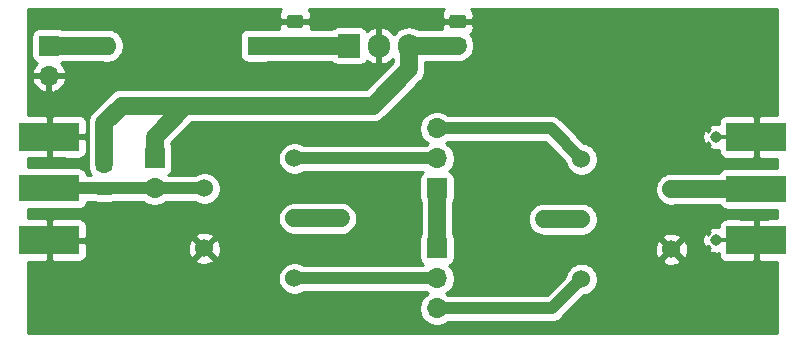
<source format=gbr>
G04 #@! TF.GenerationSoftware,KiCad,Pcbnew,(5.1.5)-3*
G04 #@! TF.CreationDate,2020-02-01T14:42:05-08:00*
G04 #@! TF.ProjectId,Power Amplifier 1,506f7765-7220-4416-9d70-6c6966696572,rev?*
G04 #@! TF.SameCoordinates,Original*
G04 #@! TF.FileFunction,Copper,L1,Top*
G04 #@! TF.FilePolarity,Positive*
%FSLAX46Y46*%
G04 Gerber Fmt 4.6, Leading zero omitted, Abs format (unit mm)*
G04 Created by KiCad (PCBNEW (5.1.5)-3) date 2020-02-01 14:42:05*
%MOMM*%
%LPD*%
G04 APERTURE LIST*
%ADD10R,5.080000X2.420000*%
%ADD11R,5.080000X2.290000*%
%ADD12O,1.700000X1.700000*%
%ADD13R,1.700000X1.700000*%
%ADD14R,0.950000X0.460000*%
%ADD15C,0.970000*%
%ADD16C,0.100000*%
%ADD17O,1.600000X1.600000*%
%ADD18R,1.600000X1.600000*%
%ADD19C,1.524000*%
%ADD20O,1.905000X2.000000*%
%ADD21R,1.905000X2.000000*%
%ADD22C,1.016000*%
%ADD23C,1.000000*%
%ADD24C,1.500000*%
%ADD25C,0.254000*%
G04 APERTURE END LIST*
D10*
X18688900Y-56729400D03*
X18688900Y-47969400D03*
D11*
X18688900Y-52349400D03*
D12*
X51523900Y-62509400D03*
X51523900Y-59969400D03*
D13*
X51523900Y-57429400D03*
D12*
X51523900Y-47269400D03*
X51523900Y-49809400D03*
D13*
X51523900Y-52349400D03*
D14*
X75565000Y-47982100D03*
X75565000Y-56742100D03*
D15*
X75115000Y-47982100D03*
X75115000Y-56742100D03*
D10*
X78555000Y-47982100D03*
X78555000Y-56742100D03*
D11*
X78555000Y-52362100D03*
G04 #@! TA.AperFunction,SMDPad,CuDef*
D16*
G36*
X39971505Y-37635204D02*
G01*
X39995773Y-37638804D01*
X40019572Y-37644765D01*
X40042671Y-37653030D01*
X40064850Y-37663520D01*
X40085893Y-37676132D01*
X40105599Y-37690747D01*
X40123777Y-37707223D01*
X40140253Y-37725401D01*
X40154868Y-37745107D01*
X40167480Y-37766150D01*
X40177970Y-37788329D01*
X40186235Y-37811428D01*
X40192196Y-37835227D01*
X40195796Y-37859495D01*
X40197000Y-37883999D01*
X40197000Y-38534001D01*
X40195796Y-38558505D01*
X40192196Y-38582773D01*
X40186235Y-38606572D01*
X40177970Y-38629671D01*
X40167480Y-38651850D01*
X40154868Y-38672893D01*
X40140253Y-38692599D01*
X40123777Y-38710777D01*
X40105599Y-38727253D01*
X40085893Y-38741868D01*
X40064850Y-38754480D01*
X40042671Y-38764970D01*
X40019572Y-38773235D01*
X39995773Y-38779196D01*
X39971505Y-38782796D01*
X39947001Y-38784000D01*
X39046999Y-38784000D01*
X39022495Y-38782796D01*
X38998227Y-38779196D01*
X38974428Y-38773235D01*
X38951329Y-38764970D01*
X38929150Y-38754480D01*
X38908107Y-38741868D01*
X38888401Y-38727253D01*
X38870223Y-38710777D01*
X38853747Y-38692599D01*
X38839132Y-38672893D01*
X38826520Y-38651850D01*
X38816030Y-38629671D01*
X38807765Y-38606572D01*
X38801804Y-38582773D01*
X38798204Y-38558505D01*
X38797000Y-38534001D01*
X38797000Y-37883999D01*
X38798204Y-37859495D01*
X38801804Y-37835227D01*
X38807765Y-37811428D01*
X38816030Y-37788329D01*
X38826520Y-37766150D01*
X38839132Y-37745107D01*
X38853747Y-37725401D01*
X38870223Y-37707223D01*
X38888401Y-37690747D01*
X38908107Y-37676132D01*
X38929150Y-37663520D01*
X38951329Y-37653030D01*
X38974428Y-37644765D01*
X38998227Y-37638804D01*
X39022495Y-37635204D01*
X39046999Y-37634000D01*
X39947001Y-37634000D01*
X39971505Y-37635204D01*
G37*
G04 #@! TD.AperFunction*
G04 #@! TA.AperFunction,SMDPad,CuDef*
G36*
X39971505Y-39685204D02*
G01*
X39995773Y-39688804D01*
X40019572Y-39694765D01*
X40042671Y-39703030D01*
X40064850Y-39713520D01*
X40085893Y-39726132D01*
X40105599Y-39740747D01*
X40123777Y-39757223D01*
X40140253Y-39775401D01*
X40154868Y-39795107D01*
X40167480Y-39816150D01*
X40177970Y-39838329D01*
X40186235Y-39861428D01*
X40192196Y-39885227D01*
X40195796Y-39909495D01*
X40197000Y-39933999D01*
X40197000Y-40584001D01*
X40195796Y-40608505D01*
X40192196Y-40632773D01*
X40186235Y-40656572D01*
X40177970Y-40679671D01*
X40167480Y-40701850D01*
X40154868Y-40722893D01*
X40140253Y-40742599D01*
X40123777Y-40760777D01*
X40105599Y-40777253D01*
X40085893Y-40791868D01*
X40064850Y-40804480D01*
X40042671Y-40814970D01*
X40019572Y-40823235D01*
X39995773Y-40829196D01*
X39971505Y-40832796D01*
X39947001Y-40834000D01*
X39046999Y-40834000D01*
X39022495Y-40832796D01*
X38998227Y-40829196D01*
X38974428Y-40823235D01*
X38951329Y-40814970D01*
X38929150Y-40804480D01*
X38908107Y-40791868D01*
X38888401Y-40777253D01*
X38870223Y-40760777D01*
X38853747Y-40742599D01*
X38839132Y-40722893D01*
X38826520Y-40701850D01*
X38816030Y-40679671D01*
X38807765Y-40656572D01*
X38801804Y-40632773D01*
X38798204Y-40608505D01*
X38797000Y-40584001D01*
X38797000Y-39933999D01*
X38798204Y-39909495D01*
X38801804Y-39885227D01*
X38807765Y-39861428D01*
X38816030Y-39838329D01*
X38826520Y-39816150D01*
X38839132Y-39795107D01*
X38853747Y-39775401D01*
X38870223Y-39757223D01*
X38888401Y-39740747D01*
X38908107Y-39726132D01*
X38929150Y-39713520D01*
X38951329Y-39703030D01*
X38974428Y-39694765D01*
X38998227Y-39688804D01*
X39022495Y-39685204D01*
X39046999Y-39684000D01*
X39947001Y-39684000D01*
X39971505Y-39685204D01*
G37*
G04 #@! TD.AperFunction*
D12*
X27609800Y-52349400D03*
D13*
X27609800Y-49809400D03*
G04 #@! TA.AperFunction,SMDPad,CuDef*
D16*
G36*
X23817105Y-51775604D02*
G01*
X23841373Y-51779204D01*
X23865172Y-51785165D01*
X23888271Y-51793430D01*
X23910450Y-51803920D01*
X23931493Y-51816532D01*
X23951199Y-51831147D01*
X23969377Y-51847623D01*
X23985853Y-51865801D01*
X24000468Y-51885507D01*
X24013080Y-51906550D01*
X24023570Y-51928729D01*
X24031835Y-51951828D01*
X24037796Y-51975627D01*
X24041396Y-51999895D01*
X24042600Y-52024399D01*
X24042600Y-52674401D01*
X24041396Y-52698905D01*
X24037796Y-52723173D01*
X24031835Y-52746972D01*
X24023570Y-52770071D01*
X24013080Y-52792250D01*
X24000468Y-52813293D01*
X23985853Y-52832999D01*
X23969377Y-52851177D01*
X23951199Y-52867653D01*
X23931493Y-52882268D01*
X23910450Y-52894880D01*
X23888271Y-52905370D01*
X23865172Y-52913635D01*
X23841373Y-52919596D01*
X23817105Y-52923196D01*
X23792601Y-52924400D01*
X22892599Y-52924400D01*
X22868095Y-52923196D01*
X22843827Y-52919596D01*
X22820028Y-52913635D01*
X22796929Y-52905370D01*
X22774750Y-52894880D01*
X22753707Y-52882268D01*
X22734001Y-52867653D01*
X22715823Y-52851177D01*
X22699347Y-52832999D01*
X22684732Y-52813293D01*
X22672120Y-52792250D01*
X22661630Y-52770071D01*
X22653365Y-52746972D01*
X22647404Y-52723173D01*
X22643804Y-52698905D01*
X22642600Y-52674401D01*
X22642600Y-52024399D01*
X22643804Y-51999895D01*
X22647404Y-51975627D01*
X22653365Y-51951828D01*
X22661630Y-51928729D01*
X22672120Y-51906550D01*
X22684732Y-51885507D01*
X22699347Y-51865801D01*
X22715823Y-51847623D01*
X22734001Y-51831147D01*
X22753707Y-51816532D01*
X22774750Y-51803920D01*
X22796929Y-51793430D01*
X22820028Y-51785165D01*
X22843827Y-51779204D01*
X22868095Y-51775604D01*
X22892599Y-51774400D01*
X23792601Y-51774400D01*
X23817105Y-51775604D01*
G37*
G04 #@! TD.AperFunction*
G04 #@! TA.AperFunction,SMDPad,CuDef*
G36*
X23817105Y-49725604D02*
G01*
X23841373Y-49729204D01*
X23865172Y-49735165D01*
X23888271Y-49743430D01*
X23910450Y-49753920D01*
X23931493Y-49766532D01*
X23951199Y-49781147D01*
X23969377Y-49797623D01*
X23985853Y-49815801D01*
X24000468Y-49835507D01*
X24013080Y-49856550D01*
X24023570Y-49878729D01*
X24031835Y-49901828D01*
X24037796Y-49925627D01*
X24041396Y-49949895D01*
X24042600Y-49974399D01*
X24042600Y-50624401D01*
X24041396Y-50648905D01*
X24037796Y-50673173D01*
X24031835Y-50696972D01*
X24023570Y-50720071D01*
X24013080Y-50742250D01*
X24000468Y-50763293D01*
X23985853Y-50782999D01*
X23969377Y-50801177D01*
X23951199Y-50817653D01*
X23931493Y-50832268D01*
X23910450Y-50844880D01*
X23888271Y-50855370D01*
X23865172Y-50863635D01*
X23841373Y-50869596D01*
X23817105Y-50873196D01*
X23792601Y-50874400D01*
X22892599Y-50874400D01*
X22868095Y-50873196D01*
X22843827Y-50869596D01*
X22820028Y-50863635D01*
X22796929Y-50855370D01*
X22774750Y-50844880D01*
X22753707Y-50832268D01*
X22734001Y-50817653D01*
X22715823Y-50801177D01*
X22699347Y-50782999D01*
X22684732Y-50763293D01*
X22672120Y-50742250D01*
X22661630Y-50720071D01*
X22653365Y-50696972D01*
X22647404Y-50673173D01*
X22643804Y-50648905D01*
X22642600Y-50624401D01*
X22642600Y-49974399D01*
X22643804Y-49949895D01*
X22647404Y-49925627D01*
X22653365Y-49901828D01*
X22661630Y-49878729D01*
X22672120Y-49856550D01*
X22684732Y-49835507D01*
X22699347Y-49815801D01*
X22715823Y-49797623D01*
X22734001Y-49781147D01*
X22753707Y-49766532D01*
X22774750Y-49753920D01*
X22796929Y-49743430D01*
X22820028Y-49735165D01*
X22843827Y-49729204D01*
X22868095Y-49725604D01*
X22892599Y-49724400D01*
X23792601Y-49724400D01*
X23817105Y-49725604D01*
G37*
G04 #@! TD.AperFunction*
G04 #@! TA.AperFunction,SMDPad,CuDef*
G36*
X53751005Y-37635204D02*
G01*
X53775273Y-37638804D01*
X53799072Y-37644765D01*
X53822171Y-37653030D01*
X53844350Y-37663520D01*
X53865393Y-37676132D01*
X53885099Y-37690747D01*
X53903277Y-37707223D01*
X53919753Y-37725401D01*
X53934368Y-37745107D01*
X53946980Y-37766150D01*
X53957470Y-37788329D01*
X53965735Y-37811428D01*
X53971696Y-37835227D01*
X53975296Y-37859495D01*
X53976500Y-37883999D01*
X53976500Y-38534001D01*
X53975296Y-38558505D01*
X53971696Y-38582773D01*
X53965735Y-38606572D01*
X53957470Y-38629671D01*
X53946980Y-38651850D01*
X53934368Y-38672893D01*
X53919753Y-38692599D01*
X53903277Y-38710777D01*
X53885099Y-38727253D01*
X53865393Y-38741868D01*
X53844350Y-38754480D01*
X53822171Y-38764970D01*
X53799072Y-38773235D01*
X53775273Y-38779196D01*
X53751005Y-38782796D01*
X53726501Y-38784000D01*
X52826499Y-38784000D01*
X52801995Y-38782796D01*
X52777727Y-38779196D01*
X52753928Y-38773235D01*
X52730829Y-38764970D01*
X52708650Y-38754480D01*
X52687607Y-38741868D01*
X52667901Y-38727253D01*
X52649723Y-38710777D01*
X52633247Y-38692599D01*
X52618632Y-38672893D01*
X52606020Y-38651850D01*
X52595530Y-38629671D01*
X52587265Y-38606572D01*
X52581304Y-38582773D01*
X52577704Y-38558505D01*
X52576500Y-38534001D01*
X52576500Y-37883999D01*
X52577704Y-37859495D01*
X52581304Y-37835227D01*
X52587265Y-37811428D01*
X52595530Y-37788329D01*
X52606020Y-37766150D01*
X52618632Y-37745107D01*
X52633247Y-37725401D01*
X52649723Y-37707223D01*
X52667901Y-37690747D01*
X52687607Y-37676132D01*
X52708650Y-37663520D01*
X52730829Y-37653030D01*
X52753928Y-37644765D01*
X52777727Y-37638804D01*
X52801995Y-37635204D01*
X52826499Y-37634000D01*
X53726501Y-37634000D01*
X53751005Y-37635204D01*
G37*
G04 #@! TD.AperFunction*
G04 #@! TA.AperFunction,SMDPad,CuDef*
G36*
X53751005Y-39685204D02*
G01*
X53775273Y-39688804D01*
X53799072Y-39694765D01*
X53822171Y-39703030D01*
X53844350Y-39713520D01*
X53865393Y-39726132D01*
X53885099Y-39740747D01*
X53903277Y-39757223D01*
X53919753Y-39775401D01*
X53934368Y-39795107D01*
X53946980Y-39816150D01*
X53957470Y-39838329D01*
X53965735Y-39861428D01*
X53971696Y-39885227D01*
X53975296Y-39909495D01*
X53976500Y-39933999D01*
X53976500Y-40584001D01*
X53975296Y-40608505D01*
X53971696Y-40632773D01*
X53965735Y-40656572D01*
X53957470Y-40679671D01*
X53946980Y-40701850D01*
X53934368Y-40722893D01*
X53919753Y-40742599D01*
X53903277Y-40760777D01*
X53885099Y-40777253D01*
X53865393Y-40791868D01*
X53844350Y-40804480D01*
X53822171Y-40814970D01*
X53799072Y-40823235D01*
X53775273Y-40829196D01*
X53751005Y-40832796D01*
X53726501Y-40834000D01*
X52826499Y-40834000D01*
X52801995Y-40832796D01*
X52777727Y-40829196D01*
X52753928Y-40823235D01*
X52730829Y-40814970D01*
X52708650Y-40804480D01*
X52687607Y-40791868D01*
X52667901Y-40777253D01*
X52649723Y-40760777D01*
X52633247Y-40742599D01*
X52618632Y-40722893D01*
X52606020Y-40701850D01*
X52595530Y-40679671D01*
X52587265Y-40656572D01*
X52581304Y-40632773D01*
X52577704Y-40608505D01*
X52576500Y-40584001D01*
X52576500Y-39933999D01*
X52577704Y-39909495D01*
X52581304Y-39885227D01*
X52587265Y-39861428D01*
X52595530Y-39838329D01*
X52606020Y-39816150D01*
X52618632Y-39795107D01*
X52633247Y-39775401D01*
X52649723Y-39757223D01*
X52667901Y-39740747D01*
X52687607Y-39726132D01*
X52708650Y-39713520D01*
X52730829Y-39703030D01*
X52753928Y-39694765D01*
X52777727Y-39688804D01*
X52801995Y-39685204D01*
X52826499Y-39684000D01*
X53726501Y-39684000D01*
X53751005Y-39685204D01*
G37*
G04 #@! TD.AperFunction*
D17*
X23558500Y-40259000D03*
D18*
X36258500Y-40259000D03*
D12*
X18669000Y-42799000D03*
D13*
X18669000Y-40259000D03*
D19*
X39446200Y-49809400D03*
X39446200Y-54889400D03*
X39446200Y-59969400D03*
X31826200Y-57429400D03*
X31826200Y-52349400D03*
X71374000Y-52412900D03*
X71374000Y-57492900D03*
X63754000Y-60032900D03*
X63754000Y-54952900D03*
X63754000Y-49872900D03*
D20*
X49149000Y-40259000D03*
X46609000Y-40259000D03*
D21*
X44069000Y-40259000D03*
D22*
X60579000Y-54952900D03*
X43357800Y-54889400D03*
X51523900Y-54838600D03*
D23*
X23342600Y-52349400D02*
X27609800Y-52349400D01*
X27609800Y-52349400D02*
X31826200Y-52349400D01*
X23342600Y-52349400D02*
X18688900Y-52349400D01*
D24*
X53276500Y-40259000D02*
X49149000Y-40259000D01*
D23*
X49149000Y-40259000D02*
X49149000Y-40306500D01*
D24*
X49149000Y-42259000D02*
X46069000Y-45339000D01*
X49149000Y-40259000D02*
X49149000Y-42259000D01*
X27609800Y-47959400D02*
X27609800Y-49809400D01*
X30230200Y-45339000D02*
X27609800Y-47959400D01*
X46069000Y-45339000D02*
X30230200Y-45339000D01*
X30230200Y-45339000D02*
X24815800Y-45339000D01*
X23342600Y-46812200D02*
X23342600Y-50299400D01*
X24815800Y-45339000D02*
X23342600Y-46812200D01*
X63754000Y-54952900D02*
X60579000Y-54952900D01*
X60579000Y-54952900D02*
X60579000Y-54952900D01*
X39446200Y-54889400D02*
X43357800Y-54889400D01*
X43357800Y-54889400D02*
X43357800Y-54889400D01*
X19769000Y-40259000D02*
X23558500Y-40259000D01*
X18669000Y-40259000D02*
X19769000Y-40259000D01*
X51523900Y-52349400D02*
X51523900Y-54838600D01*
X51523900Y-54838600D02*
X51523900Y-57429400D01*
D23*
X39446200Y-49809400D02*
X51523900Y-49809400D01*
X61150500Y-47269400D02*
X63754000Y-49872900D01*
X51523900Y-47269400D02*
X61150500Y-47269400D01*
X39446200Y-59969400D02*
X40523830Y-59969400D01*
X40523830Y-59969400D02*
X51523900Y-59969400D01*
D24*
X36258500Y-40259000D02*
X39497000Y-40259000D01*
X39497000Y-40259000D02*
X44069000Y-40259000D01*
D23*
X61277500Y-62509400D02*
X63754000Y-60032900D01*
X51523900Y-62509400D02*
X61277500Y-62509400D01*
D24*
X71386700Y-52400200D02*
X71374000Y-52412900D01*
X78536800Y-52400200D02*
X71386700Y-52400200D01*
D25*
G36*
X38266463Y-37279506D02*
G01*
X38207498Y-37389820D01*
X38171188Y-37509518D01*
X38158928Y-37634000D01*
X38162000Y-37923250D01*
X38320750Y-38082000D01*
X39370000Y-38082000D01*
X39370000Y-38062000D01*
X39624000Y-38062000D01*
X39624000Y-38082000D01*
X40673250Y-38082000D01*
X40832000Y-37923250D01*
X40835072Y-37634000D01*
X40822812Y-37509518D01*
X40786502Y-37389820D01*
X40727537Y-37279506D01*
X40660565Y-37197900D01*
X52112935Y-37197900D01*
X52045963Y-37279506D01*
X51986998Y-37389820D01*
X51950688Y-37509518D01*
X51938428Y-37634000D01*
X51941500Y-37923250D01*
X52100250Y-38082000D01*
X53149500Y-38082000D01*
X53149500Y-38062000D01*
X53403500Y-38062000D01*
X53403500Y-38082000D01*
X54452750Y-38082000D01*
X54611500Y-37923250D01*
X54614572Y-37634000D01*
X54602312Y-37509518D01*
X54566002Y-37389820D01*
X54507037Y-37279506D01*
X54440065Y-37197900D01*
X80340000Y-37197900D01*
X80340000Y-46135057D01*
X78840750Y-46137100D01*
X78682000Y-46295850D01*
X78682000Y-47855100D01*
X78702000Y-47855100D01*
X78702000Y-48109100D01*
X78682000Y-48109100D01*
X78682000Y-49668350D01*
X78840750Y-49827100D01*
X80340000Y-49829143D01*
X80340000Y-50579028D01*
X76015000Y-50579028D01*
X75890518Y-50591288D01*
X75770820Y-50627598D01*
X75660506Y-50686563D01*
X75563815Y-50765915D01*
X75484463Y-50862606D01*
X75425498Y-50972920D01*
X75412672Y-51015200D01*
X71454737Y-51015200D01*
X71386700Y-51008499D01*
X71318664Y-51015200D01*
X71318663Y-51015200D01*
X71311556Y-51015900D01*
X71236408Y-51015900D01*
X71162704Y-51030561D01*
X71115193Y-51035240D01*
X71069508Y-51049099D01*
X70966510Y-51069586D01*
X70869490Y-51109773D01*
X70854119Y-51114436D01*
X70839953Y-51122008D01*
X70712273Y-51174895D01*
X70483465Y-51327780D01*
X70288880Y-51522365D01*
X70135995Y-51751173D01*
X70030686Y-52005410D01*
X69977000Y-52275308D01*
X69977000Y-52550492D01*
X70030686Y-52820390D01*
X70135995Y-53074627D01*
X70288880Y-53303435D01*
X70483465Y-53498020D01*
X70712273Y-53650905D01*
X70966510Y-53756214D01*
X71236408Y-53809900D01*
X71511592Y-53809900D01*
X71635767Y-53785200D01*
X75443629Y-53785200D01*
X75484463Y-53861594D01*
X75563815Y-53958285D01*
X75660506Y-54037637D01*
X75770820Y-54096602D01*
X75890518Y-54132912D01*
X76015000Y-54145172D01*
X80340001Y-54145172D01*
X80340001Y-54895057D01*
X78840750Y-54897100D01*
X78682000Y-55055850D01*
X78682000Y-56615100D01*
X78702000Y-56615100D01*
X78702000Y-56869100D01*
X78682000Y-56869100D01*
X78682000Y-58428350D01*
X78840750Y-58587100D01*
X80340001Y-58589143D01*
X80340001Y-64618000D01*
X16916000Y-64618000D01*
X16916000Y-58576427D01*
X18403150Y-58574400D01*
X18561900Y-58415650D01*
X18561900Y-56856400D01*
X18815900Y-56856400D01*
X18815900Y-58415650D01*
X18974650Y-58574400D01*
X21228900Y-58577472D01*
X21353382Y-58565212D01*
X21473080Y-58528902D01*
X21583394Y-58469937D01*
X21674747Y-58394965D01*
X31040240Y-58394965D01*
X31107220Y-58635056D01*
X31356248Y-58752156D01*
X31623335Y-58818423D01*
X31898217Y-58831310D01*
X32170333Y-58790322D01*
X32429223Y-58697036D01*
X32545180Y-58635056D01*
X32612160Y-58394965D01*
X31826200Y-57609005D01*
X31040240Y-58394965D01*
X21674747Y-58394965D01*
X21680085Y-58390585D01*
X21759437Y-58293894D01*
X21818402Y-58183580D01*
X21854712Y-58063882D01*
X21866972Y-57939400D01*
X21865517Y-57501417D01*
X30424290Y-57501417D01*
X30465278Y-57773533D01*
X30558564Y-58032423D01*
X30620544Y-58148380D01*
X30860635Y-58215360D01*
X31646595Y-57429400D01*
X32005805Y-57429400D01*
X32791765Y-58215360D01*
X33031856Y-58148380D01*
X33148956Y-57899352D01*
X33215223Y-57632265D01*
X33228110Y-57357383D01*
X33187122Y-57085267D01*
X33093836Y-56826377D01*
X33031856Y-56710420D01*
X32791765Y-56643440D01*
X32005805Y-57429400D01*
X31646595Y-57429400D01*
X30860635Y-56643440D01*
X30620544Y-56710420D01*
X30503444Y-56959448D01*
X30437177Y-57226535D01*
X30424290Y-57501417D01*
X21865517Y-57501417D01*
X21863900Y-57015150D01*
X21705150Y-56856400D01*
X18815900Y-56856400D01*
X18561900Y-56856400D01*
X18541900Y-56856400D01*
X18541900Y-56602400D01*
X18561900Y-56602400D01*
X18561900Y-55043150D01*
X18815900Y-55043150D01*
X18815900Y-56602400D01*
X21705150Y-56602400D01*
X21843715Y-56463835D01*
X31040240Y-56463835D01*
X31826200Y-57249795D01*
X32612160Y-56463835D01*
X32545180Y-56223744D01*
X32296152Y-56106644D01*
X32029065Y-56040377D01*
X31754183Y-56027490D01*
X31482067Y-56068478D01*
X31223177Y-56161764D01*
X31107220Y-56223744D01*
X31040240Y-56463835D01*
X21843715Y-56463835D01*
X21863900Y-56443650D01*
X21866972Y-55519400D01*
X21854712Y-55394918D01*
X21818402Y-55275220D01*
X21759437Y-55164906D01*
X21680085Y-55068215D01*
X21583394Y-54988863D01*
X21473080Y-54929898D01*
X21353382Y-54893588D01*
X21228900Y-54881328D01*
X18974650Y-54884400D01*
X18815900Y-55043150D01*
X18561900Y-55043150D01*
X18403150Y-54884400D01*
X16916000Y-54882373D01*
X16916000Y-54751808D01*
X38049200Y-54751808D01*
X38049200Y-55026992D01*
X38102886Y-55296890D01*
X38208195Y-55551127D01*
X38361080Y-55779935D01*
X38555665Y-55974520D01*
X38784473Y-56127405D01*
X39038710Y-56232714D01*
X39308608Y-56286400D01*
X39583792Y-56286400D01*
X39644120Y-56274400D01*
X43425837Y-56274400D01*
X43629307Y-56254360D01*
X43890381Y-56175164D01*
X44130988Y-56046557D01*
X44341881Y-55873481D01*
X44514957Y-55662588D01*
X44643564Y-55421981D01*
X44722760Y-55160907D01*
X44749501Y-54889400D01*
X44722760Y-54617893D01*
X44643564Y-54356819D01*
X44514957Y-54116212D01*
X44341881Y-53905319D01*
X44130988Y-53732243D01*
X43890381Y-53603636D01*
X43629307Y-53524440D01*
X43425837Y-53504400D01*
X39644120Y-53504400D01*
X39583792Y-53492400D01*
X39308608Y-53492400D01*
X39038710Y-53546086D01*
X38784473Y-53651395D01*
X38555665Y-53804280D01*
X38361080Y-53998865D01*
X38208195Y-54227673D01*
X38102886Y-54481910D01*
X38049200Y-54751808D01*
X16916000Y-54751808D01*
X16916000Y-54132472D01*
X21228900Y-54132472D01*
X21353382Y-54120212D01*
X21473080Y-54083902D01*
X21583394Y-54024937D01*
X21680085Y-53945585D01*
X21759437Y-53848894D01*
X21818402Y-53738580D01*
X21854712Y-53618882D01*
X21866972Y-53494400D01*
X21866972Y-53484400D01*
X22533157Y-53484400D01*
X22552749Y-53494872D01*
X22719345Y-53545408D01*
X22892599Y-53562472D01*
X23792601Y-53562472D01*
X23965855Y-53545408D01*
X24132451Y-53494872D01*
X24152043Y-53484400D01*
X26644693Y-53484400D01*
X26663168Y-53502875D01*
X26906389Y-53665390D01*
X27176642Y-53777332D01*
X27463540Y-53834400D01*
X27756060Y-53834400D01*
X28042958Y-53777332D01*
X28313211Y-53665390D01*
X28556432Y-53502875D01*
X28574907Y-53484400D01*
X31010316Y-53484400D01*
X31164473Y-53587405D01*
X31418710Y-53692714D01*
X31688608Y-53746400D01*
X31963792Y-53746400D01*
X32233690Y-53692714D01*
X32487927Y-53587405D01*
X32716735Y-53434520D01*
X32911320Y-53239935D01*
X33064205Y-53011127D01*
X33169514Y-52756890D01*
X33223200Y-52486992D01*
X33223200Y-52211808D01*
X33169514Y-51941910D01*
X33064205Y-51687673D01*
X32911320Y-51458865D01*
X32716735Y-51264280D01*
X32487927Y-51111395D01*
X32233690Y-51006086D01*
X31963792Y-50952400D01*
X31688608Y-50952400D01*
X31418710Y-51006086D01*
X31164473Y-51111395D01*
X31010316Y-51214400D01*
X28768528Y-51214400D01*
X28814294Y-51189937D01*
X28910985Y-51110585D01*
X28990337Y-51013894D01*
X29049302Y-50903580D01*
X29085612Y-50783882D01*
X29097872Y-50659400D01*
X29097872Y-49671808D01*
X38049200Y-49671808D01*
X38049200Y-49946992D01*
X38102886Y-50216890D01*
X38208195Y-50471127D01*
X38361080Y-50699935D01*
X38555665Y-50894520D01*
X38784473Y-51047405D01*
X39038710Y-51152714D01*
X39308608Y-51206400D01*
X39583792Y-51206400D01*
X39853690Y-51152714D01*
X40107927Y-51047405D01*
X40262084Y-50944400D01*
X50365172Y-50944400D01*
X50319406Y-50968863D01*
X50222715Y-51048215D01*
X50143363Y-51144906D01*
X50084398Y-51255220D01*
X50048088Y-51374918D01*
X50035828Y-51499400D01*
X50035828Y-53199400D01*
X50048088Y-53323882D01*
X50084398Y-53443580D01*
X50138900Y-53545545D01*
X50138901Y-54770554D01*
X50138900Y-54770564D01*
X50138901Y-56233255D01*
X50084398Y-56335220D01*
X50048088Y-56454918D01*
X50035828Y-56579400D01*
X50035828Y-58279400D01*
X50048088Y-58403882D01*
X50084398Y-58523580D01*
X50143363Y-58633894D01*
X50222715Y-58730585D01*
X50319406Y-58809937D01*
X50365172Y-58834400D01*
X40262084Y-58834400D01*
X40107927Y-58731395D01*
X39853690Y-58626086D01*
X39583792Y-58572400D01*
X39308608Y-58572400D01*
X39038710Y-58626086D01*
X38784473Y-58731395D01*
X38555665Y-58884280D01*
X38361080Y-59078865D01*
X38208195Y-59307673D01*
X38102886Y-59561910D01*
X38049200Y-59831808D01*
X38049200Y-60106992D01*
X38102886Y-60376890D01*
X38208195Y-60631127D01*
X38361080Y-60859935D01*
X38555665Y-61054520D01*
X38784473Y-61207405D01*
X39038710Y-61312714D01*
X39308608Y-61366400D01*
X39583792Y-61366400D01*
X39853690Y-61312714D01*
X40107927Y-61207405D01*
X40262084Y-61104400D01*
X50558793Y-61104400D01*
X50577268Y-61122875D01*
X50751660Y-61239400D01*
X50577268Y-61355925D01*
X50370425Y-61562768D01*
X50207910Y-61805989D01*
X50095968Y-62076242D01*
X50038900Y-62363140D01*
X50038900Y-62655660D01*
X50095968Y-62942558D01*
X50207910Y-63212811D01*
X50370425Y-63456032D01*
X50577268Y-63662875D01*
X50820489Y-63825390D01*
X51090742Y-63937332D01*
X51377640Y-63994400D01*
X51670160Y-63994400D01*
X51957058Y-63937332D01*
X52227311Y-63825390D01*
X52470532Y-63662875D01*
X52489007Y-63644400D01*
X61221749Y-63644400D01*
X61277500Y-63649891D01*
X61333251Y-63644400D01*
X61333252Y-63644400D01*
X61499999Y-63627977D01*
X61713947Y-63563076D01*
X61911123Y-63457684D01*
X62083949Y-63315849D01*
X62119496Y-63272535D01*
X63979647Y-61412385D01*
X64161490Y-61376214D01*
X64415727Y-61270905D01*
X64644535Y-61118020D01*
X64839120Y-60923435D01*
X64992005Y-60694627D01*
X65097314Y-60440390D01*
X65151000Y-60170492D01*
X65151000Y-59895308D01*
X65097314Y-59625410D01*
X64992005Y-59371173D01*
X64839120Y-59142365D01*
X64644535Y-58947780D01*
X64415727Y-58794895D01*
X64161490Y-58689586D01*
X63891592Y-58635900D01*
X63616408Y-58635900D01*
X63346510Y-58689586D01*
X63092273Y-58794895D01*
X62863465Y-58947780D01*
X62668880Y-59142365D01*
X62515995Y-59371173D01*
X62410686Y-59625410D01*
X62374515Y-59807253D01*
X60807369Y-61374400D01*
X52489007Y-61374400D01*
X52470532Y-61355925D01*
X52296140Y-61239400D01*
X52470532Y-61122875D01*
X52677375Y-60916032D01*
X52839890Y-60672811D01*
X52951832Y-60402558D01*
X53008900Y-60115660D01*
X53008900Y-59823140D01*
X52951832Y-59536242D01*
X52839890Y-59265989D01*
X52677375Y-59022768D01*
X52545520Y-58890913D01*
X52618080Y-58868902D01*
X52728394Y-58809937D01*
X52825085Y-58730585D01*
X52904437Y-58633894D01*
X52963402Y-58523580D01*
X52983154Y-58458465D01*
X70588040Y-58458465D01*
X70655020Y-58698556D01*
X70904048Y-58815656D01*
X71171135Y-58881923D01*
X71446017Y-58894810D01*
X71718133Y-58853822D01*
X71977023Y-58760536D01*
X72092980Y-58698556D01*
X72159960Y-58458465D01*
X71374000Y-57672505D01*
X70588040Y-58458465D01*
X52983154Y-58458465D01*
X52999712Y-58403882D01*
X53011972Y-58279400D01*
X53011972Y-57564917D01*
X69972090Y-57564917D01*
X70013078Y-57837033D01*
X70106364Y-58095923D01*
X70168344Y-58211880D01*
X70408435Y-58278860D01*
X71194395Y-57492900D01*
X71553605Y-57492900D01*
X72339565Y-58278860D01*
X72579656Y-58211880D01*
X72696756Y-57962852D01*
X72763023Y-57695765D01*
X72775910Y-57420883D01*
X72734922Y-57148767D01*
X72641636Y-56889877D01*
X72607013Y-56825101D01*
X73992645Y-56825101D01*
X74030404Y-57042467D01*
X74109842Y-57248289D01*
X74135684Y-57296634D01*
X74347584Y-57329911D01*
X74491748Y-57185747D01*
X74505507Y-57228037D01*
X74566669Y-57337148D01*
X74627910Y-57408795D01*
X74527189Y-57509516D01*
X74560466Y-57721416D01*
X74762176Y-57810783D01*
X74977445Y-57859081D01*
X75198001Y-57864455D01*
X75377323Y-57833305D01*
X75376928Y-57952100D01*
X75389188Y-58076582D01*
X75425498Y-58196280D01*
X75484463Y-58306594D01*
X75563815Y-58403285D01*
X75660506Y-58482637D01*
X75770820Y-58541602D01*
X75890518Y-58577912D01*
X76015000Y-58590172D01*
X78269250Y-58587100D01*
X78428000Y-58428350D01*
X78428000Y-56869100D01*
X78408000Y-56869100D01*
X78408000Y-56615100D01*
X78428000Y-56615100D01*
X78428000Y-55055850D01*
X78269250Y-54897100D01*
X76015000Y-54894028D01*
X75890518Y-54906288D01*
X75770820Y-54942598D01*
X75660506Y-55001563D01*
X75563815Y-55080915D01*
X75484463Y-55177606D01*
X75425498Y-55287920D01*
X75389188Y-55407618D01*
X75376928Y-55532100D01*
X75377330Y-55653114D01*
X75252555Y-55625119D01*
X75031999Y-55619745D01*
X74814633Y-55657504D01*
X74608811Y-55736942D01*
X74560466Y-55762784D01*
X74527189Y-55974684D01*
X74627910Y-56075405D01*
X74566669Y-56147052D01*
X74505507Y-56256163D01*
X74491748Y-56298453D01*
X74347584Y-56154289D01*
X74135684Y-56187566D01*
X74046317Y-56389276D01*
X73998019Y-56604545D01*
X73992645Y-56825101D01*
X72607013Y-56825101D01*
X72579656Y-56773920D01*
X72339565Y-56706940D01*
X71553605Y-57492900D01*
X71194395Y-57492900D01*
X70408435Y-56706940D01*
X70168344Y-56773920D01*
X70051244Y-57022948D01*
X69984977Y-57290035D01*
X69972090Y-57564917D01*
X53011972Y-57564917D01*
X53011972Y-56579400D01*
X53006845Y-56527335D01*
X70588040Y-56527335D01*
X71374000Y-57313295D01*
X72159960Y-56527335D01*
X72092980Y-56287244D01*
X71843952Y-56170144D01*
X71576865Y-56103877D01*
X71301983Y-56090990D01*
X71029867Y-56131978D01*
X70770977Y-56225264D01*
X70655020Y-56287244D01*
X70588040Y-56527335D01*
X53006845Y-56527335D01*
X52999712Y-56454918D01*
X52963402Y-56335220D01*
X52908900Y-56233256D01*
X52908900Y-54952900D01*
X59187299Y-54952900D01*
X59214040Y-55224407D01*
X59293236Y-55485481D01*
X59421843Y-55726088D01*
X59594919Y-55936981D01*
X59805812Y-56110057D01*
X60046419Y-56238664D01*
X60307493Y-56317860D01*
X60510963Y-56337900D01*
X63556080Y-56337900D01*
X63616408Y-56349900D01*
X63891592Y-56349900D01*
X64161490Y-56296214D01*
X64415727Y-56190905D01*
X64644535Y-56038020D01*
X64839120Y-55843435D01*
X64992005Y-55614627D01*
X65097314Y-55360390D01*
X65151000Y-55090492D01*
X65151000Y-54815308D01*
X65097314Y-54545410D01*
X64992005Y-54291173D01*
X64839120Y-54062365D01*
X64644535Y-53867780D01*
X64415727Y-53714895D01*
X64161490Y-53609586D01*
X63891592Y-53555900D01*
X63616408Y-53555900D01*
X63556080Y-53567900D01*
X60510963Y-53567900D01*
X60307493Y-53587940D01*
X60046419Y-53667136D01*
X59805812Y-53795743D01*
X59594919Y-53968819D01*
X59421843Y-54179712D01*
X59293236Y-54420319D01*
X59214040Y-54681393D01*
X59187299Y-54952900D01*
X52908900Y-54952900D01*
X52908900Y-53545544D01*
X52963402Y-53443580D01*
X52999712Y-53323882D01*
X53011972Y-53199400D01*
X53011972Y-51499400D01*
X52999712Y-51374918D01*
X52963402Y-51255220D01*
X52904437Y-51144906D01*
X52825085Y-51048215D01*
X52728394Y-50968863D01*
X52618080Y-50909898D01*
X52545520Y-50887887D01*
X52677375Y-50756032D01*
X52839890Y-50512811D01*
X52951832Y-50242558D01*
X53008900Y-49955660D01*
X53008900Y-49663140D01*
X52951832Y-49376242D01*
X52839890Y-49105989D01*
X52677375Y-48862768D01*
X52470532Y-48655925D01*
X52296140Y-48539400D01*
X52470532Y-48422875D01*
X52489007Y-48404400D01*
X60680369Y-48404400D01*
X62374515Y-50098547D01*
X62410686Y-50280390D01*
X62515995Y-50534627D01*
X62668880Y-50763435D01*
X62863465Y-50958020D01*
X63092273Y-51110905D01*
X63346510Y-51216214D01*
X63616408Y-51269900D01*
X63891592Y-51269900D01*
X64161490Y-51216214D01*
X64415727Y-51110905D01*
X64644535Y-50958020D01*
X64839120Y-50763435D01*
X64992005Y-50534627D01*
X65097314Y-50280390D01*
X65151000Y-50010492D01*
X65151000Y-49735308D01*
X65097314Y-49465410D01*
X64992005Y-49211173D01*
X64839120Y-48982365D01*
X64644535Y-48787780D01*
X64415727Y-48634895D01*
X64161490Y-48529586D01*
X63979647Y-48493415D01*
X63551333Y-48065101D01*
X73992645Y-48065101D01*
X74030404Y-48282467D01*
X74109842Y-48488289D01*
X74135684Y-48536634D01*
X74347584Y-48569911D01*
X74491748Y-48425747D01*
X74505507Y-48468037D01*
X74566669Y-48577148D01*
X74627910Y-48648795D01*
X74527189Y-48749516D01*
X74560466Y-48961416D01*
X74762176Y-49050783D01*
X74977445Y-49099081D01*
X75198001Y-49104455D01*
X75377323Y-49073305D01*
X75376928Y-49192100D01*
X75389188Y-49316582D01*
X75425498Y-49436280D01*
X75484463Y-49546594D01*
X75563815Y-49643285D01*
X75660506Y-49722637D01*
X75770820Y-49781602D01*
X75890518Y-49817912D01*
X76015000Y-49830172D01*
X78269250Y-49827100D01*
X78428000Y-49668350D01*
X78428000Y-48109100D01*
X78408000Y-48109100D01*
X78408000Y-47855100D01*
X78428000Y-47855100D01*
X78428000Y-46295850D01*
X78269250Y-46137100D01*
X76015000Y-46134028D01*
X75890518Y-46146288D01*
X75770820Y-46182598D01*
X75660506Y-46241563D01*
X75563815Y-46320915D01*
X75484463Y-46417606D01*
X75425498Y-46527920D01*
X75389188Y-46647618D01*
X75376928Y-46772100D01*
X75377330Y-46893114D01*
X75252555Y-46865119D01*
X75031999Y-46859745D01*
X74814633Y-46897504D01*
X74608811Y-46976942D01*
X74560466Y-47002784D01*
X74527189Y-47214684D01*
X74627910Y-47315405D01*
X74566669Y-47387052D01*
X74505507Y-47496163D01*
X74491748Y-47538453D01*
X74347584Y-47394289D01*
X74135684Y-47427566D01*
X74046317Y-47629276D01*
X73998019Y-47844545D01*
X73992645Y-48065101D01*
X63551333Y-48065101D01*
X61992496Y-46506265D01*
X61956949Y-46462951D01*
X61784123Y-46321116D01*
X61586947Y-46215724D01*
X61372999Y-46150823D01*
X61206252Y-46134400D01*
X61206251Y-46134400D01*
X61150500Y-46128909D01*
X61094749Y-46134400D01*
X52489007Y-46134400D01*
X52470532Y-46115925D01*
X52227311Y-45953410D01*
X51957058Y-45841468D01*
X51670160Y-45784400D01*
X51377640Y-45784400D01*
X51090742Y-45841468D01*
X50820489Y-45953410D01*
X50577268Y-46115925D01*
X50370425Y-46322768D01*
X50207910Y-46565989D01*
X50095968Y-46836242D01*
X50038900Y-47123140D01*
X50038900Y-47415660D01*
X50095968Y-47702558D01*
X50207910Y-47972811D01*
X50370425Y-48216032D01*
X50577268Y-48422875D01*
X50751660Y-48539400D01*
X50577268Y-48655925D01*
X50558793Y-48674400D01*
X40262084Y-48674400D01*
X40107927Y-48571395D01*
X39853690Y-48466086D01*
X39583792Y-48412400D01*
X39308608Y-48412400D01*
X39038710Y-48466086D01*
X38784473Y-48571395D01*
X38555665Y-48724280D01*
X38361080Y-48918865D01*
X38208195Y-49147673D01*
X38102886Y-49401910D01*
X38049200Y-49671808D01*
X29097872Y-49671808D01*
X29097872Y-48959400D01*
X29085612Y-48834918D01*
X29049302Y-48715220D01*
X28994800Y-48613256D01*
X28994800Y-48533085D01*
X30803886Y-46724000D01*
X46000971Y-46724000D01*
X46069000Y-46730700D01*
X46137029Y-46724000D01*
X46137037Y-46724000D01*
X46340507Y-46703960D01*
X46601581Y-46624764D01*
X46842188Y-46496157D01*
X47053081Y-46323081D01*
X47096454Y-46270231D01*
X50080236Y-43286450D01*
X50133081Y-43243081D01*
X50306157Y-43032188D01*
X50434764Y-42791581D01*
X50513960Y-42530507D01*
X50534000Y-42327037D01*
X50534000Y-42327029D01*
X50540700Y-42259000D01*
X50534000Y-42190971D01*
X50534000Y-41644000D01*
X53344537Y-41644000D01*
X53548007Y-41623960D01*
X53809081Y-41544764D01*
X54049688Y-41416157D01*
X54062504Y-41405639D01*
X54066351Y-41404472D01*
X54219887Y-41322405D01*
X54354462Y-41211962D01*
X54464905Y-41077387D01*
X54546972Y-40923851D01*
X54597508Y-40757255D01*
X54609446Y-40636041D01*
X54641460Y-40530507D01*
X54668201Y-40259000D01*
X54641460Y-39987493D01*
X54609446Y-39881959D01*
X54597508Y-39760745D01*
X54546972Y-39594149D01*
X54464905Y-39440613D01*
X54354462Y-39306038D01*
X54347906Y-39300658D01*
X54427685Y-39235185D01*
X54507037Y-39138494D01*
X54566002Y-39028180D01*
X54602312Y-38908482D01*
X54614572Y-38784000D01*
X54611500Y-38494750D01*
X54452750Y-38336000D01*
X53403500Y-38336000D01*
X53403500Y-38356000D01*
X53149500Y-38356000D01*
X53149500Y-38336000D01*
X52100250Y-38336000D01*
X51941500Y-38494750D01*
X51938428Y-38784000D01*
X51947292Y-38874000D01*
X50014364Y-38874000D01*
X49759448Y-38737745D01*
X49460203Y-38646970D01*
X49149000Y-38616319D01*
X48837796Y-38646970D01*
X48538551Y-38737745D01*
X48262765Y-38885155D01*
X48021037Y-39083537D01*
X47873838Y-39262900D01*
X47718437Y-39077685D01*
X47475923Y-38883031D01*
X47200094Y-38739429D01*
X46981980Y-38668437D01*
X46736000Y-38788406D01*
X46736000Y-40132000D01*
X46756000Y-40132000D01*
X46756000Y-40386000D01*
X46736000Y-40386000D01*
X46736000Y-41729594D01*
X46981980Y-41849563D01*
X47200094Y-41778571D01*
X47475923Y-41634969D01*
X47718437Y-41440315D01*
X47764001Y-41386010D01*
X47764001Y-41685313D01*
X45495315Y-43954000D01*
X30298226Y-43954000D01*
X30230199Y-43947300D01*
X30162172Y-43954000D01*
X24883826Y-43954000D01*
X24815799Y-43947300D01*
X24747772Y-43954000D01*
X24747763Y-43954000D01*
X24544293Y-43974040D01*
X24283219Y-44053236D01*
X24042612Y-44181843D01*
X24042610Y-44181844D01*
X24042611Y-44181844D01*
X23884566Y-44311548D01*
X23884564Y-44311550D01*
X23831719Y-44354919D01*
X23788350Y-44407764D01*
X22411365Y-45784750D01*
X22358519Y-45828120D01*
X22185443Y-46039013D01*
X22056836Y-46279620D01*
X21977640Y-46540694D01*
X21957600Y-46744164D01*
X21957600Y-46744171D01*
X21950900Y-46812200D01*
X21957600Y-46880229D01*
X21957601Y-50367437D01*
X21977641Y-50570907D01*
X22009653Y-50676436D01*
X22021592Y-50797655D01*
X22072128Y-50964251D01*
X22154195Y-51117787D01*
X22233483Y-51214400D01*
X21866972Y-51214400D01*
X21866972Y-51204400D01*
X21854712Y-51079918D01*
X21818402Y-50960220D01*
X21759437Y-50849906D01*
X21680085Y-50753215D01*
X21583394Y-50673863D01*
X21473080Y-50614898D01*
X21353382Y-50578588D01*
X21228900Y-50566328D01*
X16916000Y-50566328D01*
X16916000Y-49816427D01*
X18403150Y-49814400D01*
X18561900Y-49655650D01*
X18561900Y-48096400D01*
X18815900Y-48096400D01*
X18815900Y-49655650D01*
X18974650Y-49814400D01*
X21228900Y-49817472D01*
X21353382Y-49805212D01*
X21473080Y-49768902D01*
X21583394Y-49709937D01*
X21680085Y-49630585D01*
X21759437Y-49533894D01*
X21818402Y-49423580D01*
X21854712Y-49303882D01*
X21866972Y-49179400D01*
X21863900Y-48255150D01*
X21705150Y-48096400D01*
X18815900Y-48096400D01*
X18561900Y-48096400D01*
X18541900Y-48096400D01*
X18541900Y-47842400D01*
X18561900Y-47842400D01*
X18561900Y-46283150D01*
X18815900Y-46283150D01*
X18815900Y-47842400D01*
X21705150Y-47842400D01*
X21863900Y-47683650D01*
X21866972Y-46759400D01*
X21854712Y-46634918D01*
X21818402Y-46515220D01*
X21759437Y-46404906D01*
X21680085Y-46308215D01*
X21583394Y-46228863D01*
X21473080Y-46169898D01*
X21353382Y-46133588D01*
X21228900Y-46121328D01*
X18974650Y-46124400D01*
X18815900Y-46283150D01*
X18561900Y-46283150D01*
X18403150Y-46124400D01*
X16916000Y-46122373D01*
X16916000Y-43155890D01*
X17227524Y-43155890D01*
X17272175Y-43303099D01*
X17397359Y-43565920D01*
X17571412Y-43799269D01*
X17787645Y-43994178D01*
X18037748Y-44143157D01*
X18312109Y-44240481D01*
X18542000Y-44119814D01*
X18542000Y-42926000D01*
X18796000Y-42926000D01*
X18796000Y-44119814D01*
X19025891Y-44240481D01*
X19300252Y-44143157D01*
X19550355Y-43994178D01*
X19766588Y-43799269D01*
X19940641Y-43565920D01*
X20065825Y-43303099D01*
X20110476Y-43155890D01*
X19989155Y-42926000D01*
X18796000Y-42926000D01*
X18542000Y-42926000D01*
X17348845Y-42926000D01*
X17227524Y-43155890D01*
X16916000Y-43155890D01*
X16916000Y-39409000D01*
X17180928Y-39409000D01*
X17180928Y-41109000D01*
X17193188Y-41233482D01*
X17229498Y-41353180D01*
X17288463Y-41463494D01*
X17367815Y-41560185D01*
X17464506Y-41639537D01*
X17574820Y-41698502D01*
X17655466Y-41722966D01*
X17571412Y-41798731D01*
X17397359Y-42032080D01*
X17272175Y-42294901D01*
X17227524Y-42442110D01*
X17348845Y-42672000D01*
X18542000Y-42672000D01*
X18542000Y-42652000D01*
X18796000Y-42652000D01*
X18796000Y-42672000D01*
X19989155Y-42672000D01*
X20110476Y-42442110D01*
X20065825Y-42294901D01*
X19940641Y-42032080D01*
X19766588Y-41798731D01*
X19682534Y-41722966D01*
X19763180Y-41698502D01*
X19865144Y-41644000D01*
X23165801Y-41644000D01*
X23417165Y-41694000D01*
X23699835Y-41694000D01*
X23977074Y-41638853D01*
X24238227Y-41530680D01*
X24473259Y-41373637D01*
X24673137Y-41173759D01*
X24830180Y-40938727D01*
X24938353Y-40677574D01*
X24993500Y-40400335D01*
X24993500Y-40117665D01*
X24938353Y-39840426D01*
X24830180Y-39579273D01*
X24749817Y-39459000D01*
X34820428Y-39459000D01*
X34820428Y-41059000D01*
X34832688Y-41183482D01*
X34868998Y-41303180D01*
X34927963Y-41413494D01*
X35007315Y-41510185D01*
X35104006Y-41589537D01*
X35214320Y-41648502D01*
X35334018Y-41684812D01*
X35458500Y-41697072D01*
X37058500Y-41697072D01*
X37182982Y-41684812D01*
X37302680Y-41648502D01*
X37311103Y-41644000D01*
X42610999Y-41644000D01*
X42665315Y-41710185D01*
X42762006Y-41789537D01*
X42872320Y-41848502D01*
X42992018Y-41884812D01*
X43116500Y-41897072D01*
X45021500Y-41897072D01*
X45145982Y-41884812D01*
X45265680Y-41848502D01*
X45375994Y-41789537D01*
X45472685Y-41710185D01*
X45552037Y-41613494D01*
X45601059Y-41521781D01*
X45742077Y-41634969D01*
X46017906Y-41778571D01*
X46236020Y-41849563D01*
X46482000Y-41729594D01*
X46482000Y-40386000D01*
X46462000Y-40386000D01*
X46462000Y-40132000D01*
X46482000Y-40132000D01*
X46482000Y-38788406D01*
X46236020Y-38668437D01*
X46017906Y-38739429D01*
X45742077Y-38883031D01*
X45601059Y-38996219D01*
X45552037Y-38904506D01*
X45472685Y-38807815D01*
X45375994Y-38728463D01*
X45265680Y-38669498D01*
X45145982Y-38633188D01*
X45021500Y-38620928D01*
X43116500Y-38620928D01*
X42992018Y-38633188D01*
X42872320Y-38669498D01*
X42762006Y-38728463D01*
X42665315Y-38807815D01*
X42610999Y-38874000D01*
X40826208Y-38874000D01*
X40835072Y-38784000D01*
X40832000Y-38494750D01*
X40673250Y-38336000D01*
X39624000Y-38336000D01*
X39624000Y-38356000D01*
X39370000Y-38356000D01*
X39370000Y-38336000D01*
X38320750Y-38336000D01*
X38162000Y-38494750D01*
X38158928Y-38784000D01*
X38167792Y-38874000D01*
X37311103Y-38874000D01*
X37302680Y-38869498D01*
X37182982Y-38833188D01*
X37058500Y-38820928D01*
X35458500Y-38820928D01*
X35334018Y-38833188D01*
X35214320Y-38869498D01*
X35104006Y-38928463D01*
X35007315Y-39007815D01*
X34927963Y-39104506D01*
X34868998Y-39214820D01*
X34832688Y-39334518D01*
X34820428Y-39459000D01*
X24749817Y-39459000D01*
X24673137Y-39344241D01*
X24473259Y-39144363D01*
X24238227Y-38987320D01*
X23977074Y-38879147D01*
X23699835Y-38824000D01*
X23417165Y-38824000D01*
X23165801Y-38874000D01*
X19865144Y-38874000D01*
X19763180Y-38819498D01*
X19643482Y-38783188D01*
X19519000Y-38770928D01*
X17819000Y-38770928D01*
X17694518Y-38783188D01*
X17574820Y-38819498D01*
X17464506Y-38878463D01*
X17367815Y-38957815D01*
X17288463Y-39054506D01*
X17229498Y-39164820D01*
X17193188Y-39284518D01*
X17180928Y-39409000D01*
X16916000Y-39409000D01*
X16916000Y-37197900D01*
X38333435Y-37197900D01*
X38266463Y-37279506D01*
G37*
X38266463Y-37279506D02*
X38207498Y-37389820D01*
X38171188Y-37509518D01*
X38158928Y-37634000D01*
X38162000Y-37923250D01*
X38320750Y-38082000D01*
X39370000Y-38082000D01*
X39370000Y-38062000D01*
X39624000Y-38062000D01*
X39624000Y-38082000D01*
X40673250Y-38082000D01*
X40832000Y-37923250D01*
X40835072Y-37634000D01*
X40822812Y-37509518D01*
X40786502Y-37389820D01*
X40727537Y-37279506D01*
X40660565Y-37197900D01*
X52112935Y-37197900D01*
X52045963Y-37279506D01*
X51986998Y-37389820D01*
X51950688Y-37509518D01*
X51938428Y-37634000D01*
X51941500Y-37923250D01*
X52100250Y-38082000D01*
X53149500Y-38082000D01*
X53149500Y-38062000D01*
X53403500Y-38062000D01*
X53403500Y-38082000D01*
X54452750Y-38082000D01*
X54611500Y-37923250D01*
X54614572Y-37634000D01*
X54602312Y-37509518D01*
X54566002Y-37389820D01*
X54507037Y-37279506D01*
X54440065Y-37197900D01*
X80340000Y-37197900D01*
X80340000Y-46135057D01*
X78840750Y-46137100D01*
X78682000Y-46295850D01*
X78682000Y-47855100D01*
X78702000Y-47855100D01*
X78702000Y-48109100D01*
X78682000Y-48109100D01*
X78682000Y-49668350D01*
X78840750Y-49827100D01*
X80340000Y-49829143D01*
X80340000Y-50579028D01*
X76015000Y-50579028D01*
X75890518Y-50591288D01*
X75770820Y-50627598D01*
X75660506Y-50686563D01*
X75563815Y-50765915D01*
X75484463Y-50862606D01*
X75425498Y-50972920D01*
X75412672Y-51015200D01*
X71454737Y-51015200D01*
X71386700Y-51008499D01*
X71318664Y-51015200D01*
X71318663Y-51015200D01*
X71311556Y-51015900D01*
X71236408Y-51015900D01*
X71162704Y-51030561D01*
X71115193Y-51035240D01*
X71069508Y-51049099D01*
X70966510Y-51069586D01*
X70869490Y-51109773D01*
X70854119Y-51114436D01*
X70839953Y-51122008D01*
X70712273Y-51174895D01*
X70483465Y-51327780D01*
X70288880Y-51522365D01*
X70135995Y-51751173D01*
X70030686Y-52005410D01*
X69977000Y-52275308D01*
X69977000Y-52550492D01*
X70030686Y-52820390D01*
X70135995Y-53074627D01*
X70288880Y-53303435D01*
X70483465Y-53498020D01*
X70712273Y-53650905D01*
X70966510Y-53756214D01*
X71236408Y-53809900D01*
X71511592Y-53809900D01*
X71635767Y-53785200D01*
X75443629Y-53785200D01*
X75484463Y-53861594D01*
X75563815Y-53958285D01*
X75660506Y-54037637D01*
X75770820Y-54096602D01*
X75890518Y-54132912D01*
X76015000Y-54145172D01*
X80340001Y-54145172D01*
X80340001Y-54895057D01*
X78840750Y-54897100D01*
X78682000Y-55055850D01*
X78682000Y-56615100D01*
X78702000Y-56615100D01*
X78702000Y-56869100D01*
X78682000Y-56869100D01*
X78682000Y-58428350D01*
X78840750Y-58587100D01*
X80340001Y-58589143D01*
X80340001Y-64618000D01*
X16916000Y-64618000D01*
X16916000Y-58576427D01*
X18403150Y-58574400D01*
X18561900Y-58415650D01*
X18561900Y-56856400D01*
X18815900Y-56856400D01*
X18815900Y-58415650D01*
X18974650Y-58574400D01*
X21228900Y-58577472D01*
X21353382Y-58565212D01*
X21473080Y-58528902D01*
X21583394Y-58469937D01*
X21674747Y-58394965D01*
X31040240Y-58394965D01*
X31107220Y-58635056D01*
X31356248Y-58752156D01*
X31623335Y-58818423D01*
X31898217Y-58831310D01*
X32170333Y-58790322D01*
X32429223Y-58697036D01*
X32545180Y-58635056D01*
X32612160Y-58394965D01*
X31826200Y-57609005D01*
X31040240Y-58394965D01*
X21674747Y-58394965D01*
X21680085Y-58390585D01*
X21759437Y-58293894D01*
X21818402Y-58183580D01*
X21854712Y-58063882D01*
X21866972Y-57939400D01*
X21865517Y-57501417D01*
X30424290Y-57501417D01*
X30465278Y-57773533D01*
X30558564Y-58032423D01*
X30620544Y-58148380D01*
X30860635Y-58215360D01*
X31646595Y-57429400D01*
X32005805Y-57429400D01*
X32791765Y-58215360D01*
X33031856Y-58148380D01*
X33148956Y-57899352D01*
X33215223Y-57632265D01*
X33228110Y-57357383D01*
X33187122Y-57085267D01*
X33093836Y-56826377D01*
X33031856Y-56710420D01*
X32791765Y-56643440D01*
X32005805Y-57429400D01*
X31646595Y-57429400D01*
X30860635Y-56643440D01*
X30620544Y-56710420D01*
X30503444Y-56959448D01*
X30437177Y-57226535D01*
X30424290Y-57501417D01*
X21865517Y-57501417D01*
X21863900Y-57015150D01*
X21705150Y-56856400D01*
X18815900Y-56856400D01*
X18561900Y-56856400D01*
X18541900Y-56856400D01*
X18541900Y-56602400D01*
X18561900Y-56602400D01*
X18561900Y-55043150D01*
X18815900Y-55043150D01*
X18815900Y-56602400D01*
X21705150Y-56602400D01*
X21843715Y-56463835D01*
X31040240Y-56463835D01*
X31826200Y-57249795D01*
X32612160Y-56463835D01*
X32545180Y-56223744D01*
X32296152Y-56106644D01*
X32029065Y-56040377D01*
X31754183Y-56027490D01*
X31482067Y-56068478D01*
X31223177Y-56161764D01*
X31107220Y-56223744D01*
X31040240Y-56463835D01*
X21843715Y-56463835D01*
X21863900Y-56443650D01*
X21866972Y-55519400D01*
X21854712Y-55394918D01*
X21818402Y-55275220D01*
X21759437Y-55164906D01*
X21680085Y-55068215D01*
X21583394Y-54988863D01*
X21473080Y-54929898D01*
X21353382Y-54893588D01*
X21228900Y-54881328D01*
X18974650Y-54884400D01*
X18815900Y-55043150D01*
X18561900Y-55043150D01*
X18403150Y-54884400D01*
X16916000Y-54882373D01*
X16916000Y-54751808D01*
X38049200Y-54751808D01*
X38049200Y-55026992D01*
X38102886Y-55296890D01*
X38208195Y-55551127D01*
X38361080Y-55779935D01*
X38555665Y-55974520D01*
X38784473Y-56127405D01*
X39038710Y-56232714D01*
X39308608Y-56286400D01*
X39583792Y-56286400D01*
X39644120Y-56274400D01*
X43425837Y-56274400D01*
X43629307Y-56254360D01*
X43890381Y-56175164D01*
X44130988Y-56046557D01*
X44341881Y-55873481D01*
X44514957Y-55662588D01*
X44643564Y-55421981D01*
X44722760Y-55160907D01*
X44749501Y-54889400D01*
X44722760Y-54617893D01*
X44643564Y-54356819D01*
X44514957Y-54116212D01*
X44341881Y-53905319D01*
X44130988Y-53732243D01*
X43890381Y-53603636D01*
X43629307Y-53524440D01*
X43425837Y-53504400D01*
X39644120Y-53504400D01*
X39583792Y-53492400D01*
X39308608Y-53492400D01*
X39038710Y-53546086D01*
X38784473Y-53651395D01*
X38555665Y-53804280D01*
X38361080Y-53998865D01*
X38208195Y-54227673D01*
X38102886Y-54481910D01*
X38049200Y-54751808D01*
X16916000Y-54751808D01*
X16916000Y-54132472D01*
X21228900Y-54132472D01*
X21353382Y-54120212D01*
X21473080Y-54083902D01*
X21583394Y-54024937D01*
X21680085Y-53945585D01*
X21759437Y-53848894D01*
X21818402Y-53738580D01*
X21854712Y-53618882D01*
X21866972Y-53494400D01*
X21866972Y-53484400D01*
X22533157Y-53484400D01*
X22552749Y-53494872D01*
X22719345Y-53545408D01*
X22892599Y-53562472D01*
X23792601Y-53562472D01*
X23965855Y-53545408D01*
X24132451Y-53494872D01*
X24152043Y-53484400D01*
X26644693Y-53484400D01*
X26663168Y-53502875D01*
X26906389Y-53665390D01*
X27176642Y-53777332D01*
X27463540Y-53834400D01*
X27756060Y-53834400D01*
X28042958Y-53777332D01*
X28313211Y-53665390D01*
X28556432Y-53502875D01*
X28574907Y-53484400D01*
X31010316Y-53484400D01*
X31164473Y-53587405D01*
X31418710Y-53692714D01*
X31688608Y-53746400D01*
X31963792Y-53746400D01*
X32233690Y-53692714D01*
X32487927Y-53587405D01*
X32716735Y-53434520D01*
X32911320Y-53239935D01*
X33064205Y-53011127D01*
X33169514Y-52756890D01*
X33223200Y-52486992D01*
X33223200Y-52211808D01*
X33169514Y-51941910D01*
X33064205Y-51687673D01*
X32911320Y-51458865D01*
X32716735Y-51264280D01*
X32487927Y-51111395D01*
X32233690Y-51006086D01*
X31963792Y-50952400D01*
X31688608Y-50952400D01*
X31418710Y-51006086D01*
X31164473Y-51111395D01*
X31010316Y-51214400D01*
X28768528Y-51214400D01*
X28814294Y-51189937D01*
X28910985Y-51110585D01*
X28990337Y-51013894D01*
X29049302Y-50903580D01*
X29085612Y-50783882D01*
X29097872Y-50659400D01*
X29097872Y-49671808D01*
X38049200Y-49671808D01*
X38049200Y-49946992D01*
X38102886Y-50216890D01*
X38208195Y-50471127D01*
X38361080Y-50699935D01*
X38555665Y-50894520D01*
X38784473Y-51047405D01*
X39038710Y-51152714D01*
X39308608Y-51206400D01*
X39583792Y-51206400D01*
X39853690Y-51152714D01*
X40107927Y-51047405D01*
X40262084Y-50944400D01*
X50365172Y-50944400D01*
X50319406Y-50968863D01*
X50222715Y-51048215D01*
X50143363Y-51144906D01*
X50084398Y-51255220D01*
X50048088Y-51374918D01*
X50035828Y-51499400D01*
X50035828Y-53199400D01*
X50048088Y-53323882D01*
X50084398Y-53443580D01*
X50138900Y-53545545D01*
X50138901Y-54770554D01*
X50138900Y-54770564D01*
X50138901Y-56233255D01*
X50084398Y-56335220D01*
X50048088Y-56454918D01*
X50035828Y-56579400D01*
X50035828Y-58279400D01*
X50048088Y-58403882D01*
X50084398Y-58523580D01*
X50143363Y-58633894D01*
X50222715Y-58730585D01*
X50319406Y-58809937D01*
X50365172Y-58834400D01*
X40262084Y-58834400D01*
X40107927Y-58731395D01*
X39853690Y-58626086D01*
X39583792Y-58572400D01*
X39308608Y-58572400D01*
X39038710Y-58626086D01*
X38784473Y-58731395D01*
X38555665Y-58884280D01*
X38361080Y-59078865D01*
X38208195Y-59307673D01*
X38102886Y-59561910D01*
X38049200Y-59831808D01*
X38049200Y-60106992D01*
X38102886Y-60376890D01*
X38208195Y-60631127D01*
X38361080Y-60859935D01*
X38555665Y-61054520D01*
X38784473Y-61207405D01*
X39038710Y-61312714D01*
X39308608Y-61366400D01*
X39583792Y-61366400D01*
X39853690Y-61312714D01*
X40107927Y-61207405D01*
X40262084Y-61104400D01*
X50558793Y-61104400D01*
X50577268Y-61122875D01*
X50751660Y-61239400D01*
X50577268Y-61355925D01*
X50370425Y-61562768D01*
X50207910Y-61805989D01*
X50095968Y-62076242D01*
X50038900Y-62363140D01*
X50038900Y-62655660D01*
X50095968Y-62942558D01*
X50207910Y-63212811D01*
X50370425Y-63456032D01*
X50577268Y-63662875D01*
X50820489Y-63825390D01*
X51090742Y-63937332D01*
X51377640Y-63994400D01*
X51670160Y-63994400D01*
X51957058Y-63937332D01*
X52227311Y-63825390D01*
X52470532Y-63662875D01*
X52489007Y-63644400D01*
X61221749Y-63644400D01*
X61277500Y-63649891D01*
X61333251Y-63644400D01*
X61333252Y-63644400D01*
X61499999Y-63627977D01*
X61713947Y-63563076D01*
X61911123Y-63457684D01*
X62083949Y-63315849D01*
X62119496Y-63272535D01*
X63979647Y-61412385D01*
X64161490Y-61376214D01*
X64415727Y-61270905D01*
X64644535Y-61118020D01*
X64839120Y-60923435D01*
X64992005Y-60694627D01*
X65097314Y-60440390D01*
X65151000Y-60170492D01*
X65151000Y-59895308D01*
X65097314Y-59625410D01*
X64992005Y-59371173D01*
X64839120Y-59142365D01*
X64644535Y-58947780D01*
X64415727Y-58794895D01*
X64161490Y-58689586D01*
X63891592Y-58635900D01*
X63616408Y-58635900D01*
X63346510Y-58689586D01*
X63092273Y-58794895D01*
X62863465Y-58947780D01*
X62668880Y-59142365D01*
X62515995Y-59371173D01*
X62410686Y-59625410D01*
X62374515Y-59807253D01*
X60807369Y-61374400D01*
X52489007Y-61374400D01*
X52470532Y-61355925D01*
X52296140Y-61239400D01*
X52470532Y-61122875D01*
X52677375Y-60916032D01*
X52839890Y-60672811D01*
X52951832Y-60402558D01*
X53008900Y-60115660D01*
X53008900Y-59823140D01*
X52951832Y-59536242D01*
X52839890Y-59265989D01*
X52677375Y-59022768D01*
X52545520Y-58890913D01*
X52618080Y-58868902D01*
X52728394Y-58809937D01*
X52825085Y-58730585D01*
X52904437Y-58633894D01*
X52963402Y-58523580D01*
X52983154Y-58458465D01*
X70588040Y-58458465D01*
X70655020Y-58698556D01*
X70904048Y-58815656D01*
X71171135Y-58881923D01*
X71446017Y-58894810D01*
X71718133Y-58853822D01*
X71977023Y-58760536D01*
X72092980Y-58698556D01*
X72159960Y-58458465D01*
X71374000Y-57672505D01*
X70588040Y-58458465D01*
X52983154Y-58458465D01*
X52999712Y-58403882D01*
X53011972Y-58279400D01*
X53011972Y-57564917D01*
X69972090Y-57564917D01*
X70013078Y-57837033D01*
X70106364Y-58095923D01*
X70168344Y-58211880D01*
X70408435Y-58278860D01*
X71194395Y-57492900D01*
X71553605Y-57492900D01*
X72339565Y-58278860D01*
X72579656Y-58211880D01*
X72696756Y-57962852D01*
X72763023Y-57695765D01*
X72775910Y-57420883D01*
X72734922Y-57148767D01*
X72641636Y-56889877D01*
X72607013Y-56825101D01*
X73992645Y-56825101D01*
X74030404Y-57042467D01*
X74109842Y-57248289D01*
X74135684Y-57296634D01*
X74347584Y-57329911D01*
X74491748Y-57185747D01*
X74505507Y-57228037D01*
X74566669Y-57337148D01*
X74627910Y-57408795D01*
X74527189Y-57509516D01*
X74560466Y-57721416D01*
X74762176Y-57810783D01*
X74977445Y-57859081D01*
X75198001Y-57864455D01*
X75377323Y-57833305D01*
X75376928Y-57952100D01*
X75389188Y-58076582D01*
X75425498Y-58196280D01*
X75484463Y-58306594D01*
X75563815Y-58403285D01*
X75660506Y-58482637D01*
X75770820Y-58541602D01*
X75890518Y-58577912D01*
X76015000Y-58590172D01*
X78269250Y-58587100D01*
X78428000Y-58428350D01*
X78428000Y-56869100D01*
X78408000Y-56869100D01*
X78408000Y-56615100D01*
X78428000Y-56615100D01*
X78428000Y-55055850D01*
X78269250Y-54897100D01*
X76015000Y-54894028D01*
X75890518Y-54906288D01*
X75770820Y-54942598D01*
X75660506Y-55001563D01*
X75563815Y-55080915D01*
X75484463Y-55177606D01*
X75425498Y-55287920D01*
X75389188Y-55407618D01*
X75376928Y-55532100D01*
X75377330Y-55653114D01*
X75252555Y-55625119D01*
X75031999Y-55619745D01*
X74814633Y-55657504D01*
X74608811Y-55736942D01*
X74560466Y-55762784D01*
X74527189Y-55974684D01*
X74627910Y-56075405D01*
X74566669Y-56147052D01*
X74505507Y-56256163D01*
X74491748Y-56298453D01*
X74347584Y-56154289D01*
X74135684Y-56187566D01*
X74046317Y-56389276D01*
X73998019Y-56604545D01*
X73992645Y-56825101D01*
X72607013Y-56825101D01*
X72579656Y-56773920D01*
X72339565Y-56706940D01*
X71553605Y-57492900D01*
X71194395Y-57492900D01*
X70408435Y-56706940D01*
X70168344Y-56773920D01*
X70051244Y-57022948D01*
X69984977Y-57290035D01*
X69972090Y-57564917D01*
X53011972Y-57564917D01*
X53011972Y-56579400D01*
X53006845Y-56527335D01*
X70588040Y-56527335D01*
X71374000Y-57313295D01*
X72159960Y-56527335D01*
X72092980Y-56287244D01*
X71843952Y-56170144D01*
X71576865Y-56103877D01*
X71301983Y-56090990D01*
X71029867Y-56131978D01*
X70770977Y-56225264D01*
X70655020Y-56287244D01*
X70588040Y-56527335D01*
X53006845Y-56527335D01*
X52999712Y-56454918D01*
X52963402Y-56335220D01*
X52908900Y-56233256D01*
X52908900Y-54952900D01*
X59187299Y-54952900D01*
X59214040Y-55224407D01*
X59293236Y-55485481D01*
X59421843Y-55726088D01*
X59594919Y-55936981D01*
X59805812Y-56110057D01*
X60046419Y-56238664D01*
X60307493Y-56317860D01*
X60510963Y-56337900D01*
X63556080Y-56337900D01*
X63616408Y-56349900D01*
X63891592Y-56349900D01*
X64161490Y-56296214D01*
X64415727Y-56190905D01*
X64644535Y-56038020D01*
X64839120Y-55843435D01*
X64992005Y-55614627D01*
X65097314Y-55360390D01*
X65151000Y-55090492D01*
X65151000Y-54815308D01*
X65097314Y-54545410D01*
X64992005Y-54291173D01*
X64839120Y-54062365D01*
X64644535Y-53867780D01*
X64415727Y-53714895D01*
X64161490Y-53609586D01*
X63891592Y-53555900D01*
X63616408Y-53555900D01*
X63556080Y-53567900D01*
X60510963Y-53567900D01*
X60307493Y-53587940D01*
X60046419Y-53667136D01*
X59805812Y-53795743D01*
X59594919Y-53968819D01*
X59421843Y-54179712D01*
X59293236Y-54420319D01*
X59214040Y-54681393D01*
X59187299Y-54952900D01*
X52908900Y-54952900D01*
X52908900Y-53545544D01*
X52963402Y-53443580D01*
X52999712Y-53323882D01*
X53011972Y-53199400D01*
X53011972Y-51499400D01*
X52999712Y-51374918D01*
X52963402Y-51255220D01*
X52904437Y-51144906D01*
X52825085Y-51048215D01*
X52728394Y-50968863D01*
X52618080Y-50909898D01*
X52545520Y-50887887D01*
X52677375Y-50756032D01*
X52839890Y-50512811D01*
X52951832Y-50242558D01*
X53008900Y-49955660D01*
X53008900Y-49663140D01*
X52951832Y-49376242D01*
X52839890Y-49105989D01*
X52677375Y-48862768D01*
X52470532Y-48655925D01*
X52296140Y-48539400D01*
X52470532Y-48422875D01*
X52489007Y-48404400D01*
X60680369Y-48404400D01*
X62374515Y-50098547D01*
X62410686Y-50280390D01*
X62515995Y-50534627D01*
X62668880Y-50763435D01*
X62863465Y-50958020D01*
X63092273Y-51110905D01*
X63346510Y-51216214D01*
X63616408Y-51269900D01*
X63891592Y-51269900D01*
X64161490Y-51216214D01*
X64415727Y-51110905D01*
X64644535Y-50958020D01*
X64839120Y-50763435D01*
X64992005Y-50534627D01*
X65097314Y-50280390D01*
X65151000Y-50010492D01*
X65151000Y-49735308D01*
X65097314Y-49465410D01*
X64992005Y-49211173D01*
X64839120Y-48982365D01*
X64644535Y-48787780D01*
X64415727Y-48634895D01*
X64161490Y-48529586D01*
X63979647Y-48493415D01*
X63551333Y-48065101D01*
X73992645Y-48065101D01*
X74030404Y-48282467D01*
X74109842Y-48488289D01*
X74135684Y-48536634D01*
X74347584Y-48569911D01*
X74491748Y-48425747D01*
X74505507Y-48468037D01*
X74566669Y-48577148D01*
X74627910Y-48648795D01*
X74527189Y-48749516D01*
X74560466Y-48961416D01*
X74762176Y-49050783D01*
X74977445Y-49099081D01*
X75198001Y-49104455D01*
X75377323Y-49073305D01*
X75376928Y-49192100D01*
X75389188Y-49316582D01*
X75425498Y-49436280D01*
X75484463Y-49546594D01*
X75563815Y-49643285D01*
X75660506Y-49722637D01*
X75770820Y-49781602D01*
X75890518Y-49817912D01*
X76015000Y-49830172D01*
X78269250Y-49827100D01*
X78428000Y-49668350D01*
X78428000Y-48109100D01*
X78408000Y-48109100D01*
X78408000Y-47855100D01*
X78428000Y-47855100D01*
X78428000Y-46295850D01*
X78269250Y-46137100D01*
X76015000Y-46134028D01*
X75890518Y-46146288D01*
X75770820Y-46182598D01*
X75660506Y-46241563D01*
X75563815Y-46320915D01*
X75484463Y-46417606D01*
X75425498Y-46527920D01*
X75389188Y-46647618D01*
X75376928Y-46772100D01*
X75377330Y-46893114D01*
X75252555Y-46865119D01*
X75031999Y-46859745D01*
X74814633Y-46897504D01*
X74608811Y-46976942D01*
X74560466Y-47002784D01*
X74527189Y-47214684D01*
X74627910Y-47315405D01*
X74566669Y-47387052D01*
X74505507Y-47496163D01*
X74491748Y-47538453D01*
X74347584Y-47394289D01*
X74135684Y-47427566D01*
X74046317Y-47629276D01*
X73998019Y-47844545D01*
X73992645Y-48065101D01*
X63551333Y-48065101D01*
X61992496Y-46506265D01*
X61956949Y-46462951D01*
X61784123Y-46321116D01*
X61586947Y-46215724D01*
X61372999Y-46150823D01*
X61206252Y-46134400D01*
X61206251Y-46134400D01*
X61150500Y-46128909D01*
X61094749Y-46134400D01*
X52489007Y-46134400D01*
X52470532Y-46115925D01*
X52227311Y-45953410D01*
X51957058Y-45841468D01*
X51670160Y-45784400D01*
X51377640Y-45784400D01*
X51090742Y-45841468D01*
X50820489Y-45953410D01*
X50577268Y-46115925D01*
X50370425Y-46322768D01*
X50207910Y-46565989D01*
X50095968Y-46836242D01*
X50038900Y-47123140D01*
X50038900Y-47415660D01*
X50095968Y-47702558D01*
X50207910Y-47972811D01*
X50370425Y-48216032D01*
X50577268Y-48422875D01*
X50751660Y-48539400D01*
X50577268Y-48655925D01*
X50558793Y-48674400D01*
X40262084Y-48674400D01*
X40107927Y-48571395D01*
X39853690Y-48466086D01*
X39583792Y-48412400D01*
X39308608Y-48412400D01*
X39038710Y-48466086D01*
X38784473Y-48571395D01*
X38555665Y-48724280D01*
X38361080Y-48918865D01*
X38208195Y-49147673D01*
X38102886Y-49401910D01*
X38049200Y-49671808D01*
X29097872Y-49671808D01*
X29097872Y-48959400D01*
X29085612Y-48834918D01*
X29049302Y-48715220D01*
X28994800Y-48613256D01*
X28994800Y-48533085D01*
X30803886Y-46724000D01*
X46000971Y-46724000D01*
X46069000Y-46730700D01*
X46137029Y-46724000D01*
X46137037Y-46724000D01*
X46340507Y-46703960D01*
X46601581Y-46624764D01*
X46842188Y-46496157D01*
X47053081Y-46323081D01*
X47096454Y-46270231D01*
X50080236Y-43286450D01*
X50133081Y-43243081D01*
X50306157Y-43032188D01*
X50434764Y-42791581D01*
X50513960Y-42530507D01*
X50534000Y-42327037D01*
X50534000Y-42327029D01*
X50540700Y-42259000D01*
X50534000Y-42190971D01*
X50534000Y-41644000D01*
X53344537Y-41644000D01*
X53548007Y-41623960D01*
X53809081Y-41544764D01*
X54049688Y-41416157D01*
X54062504Y-41405639D01*
X54066351Y-41404472D01*
X54219887Y-41322405D01*
X54354462Y-41211962D01*
X54464905Y-41077387D01*
X54546972Y-40923851D01*
X54597508Y-40757255D01*
X54609446Y-40636041D01*
X54641460Y-40530507D01*
X54668201Y-40259000D01*
X54641460Y-39987493D01*
X54609446Y-39881959D01*
X54597508Y-39760745D01*
X54546972Y-39594149D01*
X54464905Y-39440613D01*
X54354462Y-39306038D01*
X54347906Y-39300658D01*
X54427685Y-39235185D01*
X54507037Y-39138494D01*
X54566002Y-39028180D01*
X54602312Y-38908482D01*
X54614572Y-38784000D01*
X54611500Y-38494750D01*
X54452750Y-38336000D01*
X53403500Y-38336000D01*
X53403500Y-38356000D01*
X53149500Y-38356000D01*
X53149500Y-38336000D01*
X52100250Y-38336000D01*
X51941500Y-38494750D01*
X51938428Y-38784000D01*
X51947292Y-38874000D01*
X50014364Y-38874000D01*
X49759448Y-38737745D01*
X49460203Y-38646970D01*
X49149000Y-38616319D01*
X48837796Y-38646970D01*
X48538551Y-38737745D01*
X48262765Y-38885155D01*
X48021037Y-39083537D01*
X47873838Y-39262900D01*
X47718437Y-39077685D01*
X47475923Y-38883031D01*
X47200094Y-38739429D01*
X46981980Y-38668437D01*
X46736000Y-38788406D01*
X46736000Y-40132000D01*
X46756000Y-40132000D01*
X46756000Y-40386000D01*
X46736000Y-40386000D01*
X46736000Y-41729594D01*
X46981980Y-41849563D01*
X47200094Y-41778571D01*
X47475923Y-41634969D01*
X47718437Y-41440315D01*
X47764001Y-41386010D01*
X47764001Y-41685313D01*
X45495315Y-43954000D01*
X30298226Y-43954000D01*
X30230199Y-43947300D01*
X30162172Y-43954000D01*
X24883826Y-43954000D01*
X24815799Y-43947300D01*
X24747772Y-43954000D01*
X24747763Y-43954000D01*
X24544293Y-43974040D01*
X24283219Y-44053236D01*
X24042612Y-44181843D01*
X24042610Y-44181844D01*
X24042611Y-44181844D01*
X23884566Y-44311548D01*
X23884564Y-44311550D01*
X23831719Y-44354919D01*
X23788350Y-44407764D01*
X22411365Y-45784750D01*
X22358519Y-45828120D01*
X22185443Y-46039013D01*
X22056836Y-46279620D01*
X21977640Y-46540694D01*
X21957600Y-46744164D01*
X21957600Y-46744171D01*
X21950900Y-46812200D01*
X21957600Y-46880229D01*
X21957601Y-50367437D01*
X21977641Y-50570907D01*
X22009653Y-50676436D01*
X22021592Y-50797655D01*
X22072128Y-50964251D01*
X22154195Y-51117787D01*
X22233483Y-51214400D01*
X21866972Y-51214400D01*
X21866972Y-51204400D01*
X21854712Y-51079918D01*
X21818402Y-50960220D01*
X21759437Y-50849906D01*
X21680085Y-50753215D01*
X21583394Y-50673863D01*
X21473080Y-50614898D01*
X21353382Y-50578588D01*
X21228900Y-50566328D01*
X16916000Y-50566328D01*
X16916000Y-49816427D01*
X18403150Y-49814400D01*
X18561900Y-49655650D01*
X18561900Y-48096400D01*
X18815900Y-48096400D01*
X18815900Y-49655650D01*
X18974650Y-49814400D01*
X21228900Y-49817472D01*
X21353382Y-49805212D01*
X21473080Y-49768902D01*
X21583394Y-49709937D01*
X21680085Y-49630585D01*
X21759437Y-49533894D01*
X21818402Y-49423580D01*
X21854712Y-49303882D01*
X21866972Y-49179400D01*
X21863900Y-48255150D01*
X21705150Y-48096400D01*
X18815900Y-48096400D01*
X18561900Y-48096400D01*
X18541900Y-48096400D01*
X18541900Y-47842400D01*
X18561900Y-47842400D01*
X18561900Y-46283150D01*
X18815900Y-46283150D01*
X18815900Y-47842400D01*
X21705150Y-47842400D01*
X21863900Y-47683650D01*
X21866972Y-46759400D01*
X21854712Y-46634918D01*
X21818402Y-46515220D01*
X21759437Y-46404906D01*
X21680085Y-46308215D01*
X21583394Y-46228863D01*
X21473080Y-46169898D01*
X21353382Y-46133588D01*
X21228900Y-46121328D01*
X18974650Y-46124400D01*
X18815900Y-46283150D01*
X18561900Y-46283150D01*
X18403150Y-46124400D01*
X16916000Y-46122373D01*
X16916000Y-43155890D01*
X17227524Y-43155890D01*
X17272175Y-43303099D01*
X17397359Y-43565920D01*
X17571412Y-43799269D01*
X17787645Y-43994178D01*
X18037748Y-44143157D01*
X18312109Y-44240481D01*
X18542000Y-44119814D01*
X18542000Y-42926000D01*
X18796000Y-42926000D01*
X18796000Y-44119814D01*
X19025891Y-44240481D01*
X19300252Y-44143157D01*
X19550355Y-43994178D01*
X19766588Y-43799269D01*
X19940641Y-43565920D01*
X20065825Y-43303099D01*
X20110476Y-43155890D01*
X19989155Y-42926000D01*
X18796000Y-42926000D01*
X18542000Y-42926000D01*
X17348845Y-42926000D01*
X17227524Y-43155890D01*
X16916000Y-43155890D01*
X16916000Y-39409000D01*
X17180928Y-39409000D01*
X17180928Y-41109000D01*
X17193188Y-41233482D01*
X17229498Y-41353180D01*
X17288463Y-41463494D01*
X17367815Y-41560185D01*
X17464506Y-41639537D01*
X17574820Y-41698502D01*
X17655466Y-41722966D01*
X17571412Y-41798731D01*
X17397359Y-42032080D01*
X17272175Y-42294901D01*
X17227524Y-42442110D01*
X17348845Y-42672000D01*
X18542000Y-42672000D01*
X18542000Y-42652000D01*
X18796000Y-42652000D01*
X18796000Y-42672000D01*
X19989155Y-42672000D01*
X20110476Y-42442110D01*
X20065825Y-42294901D01*
X19940641Y-42032080D01*
X19766588Y-41798731D01*
X19682534Y-41722966D01*
X19763180Y-41698502D01*
X19865144Y-41644000D01*
X23165801Y-41644000D01*
X23417165Y-41694000D01*
X23699835Y-41694000D01*
X23977074Y-41638853D01*
X24238227Y-41530680D01*
X24473259Y-41373637D01*
X24673137Y-41173759D01*
X24830180Y-40938727D01*
X24938353Y-40677574D01*
X24993500Y-40400335D01*
X24993500Y-40117665D01*
X24938353Y-39840426D01*
X24830180Y-39579273D01*
X24749817Y-39459000D01*
X34820428Y-39459000D01*
X34820428Y-41059000D01*
X34832688Y-41183482D01*
X34868998Y-41303180D01*
X34927963Y-41413494D01*
X35007315Y-41510185D01*
X35104006Y-41589537D01*
X35214320Y-41648502D01*
X35334018Y-41684812D01*
X35458500Y-41697072D01*
X37058500Y-41697072D01*
X37182982Y-41684812D01*
X37302680Y-41648502D01*
X37311103Y-41644000D01*
X42610999Y-41644000D01*
X42665315Y-41710185D01*
X42762006Y-41789537D01*
X42872320Y-41848502D01*
X42992018Y-41884812D01*
X43116500Y-41897072D01*
X45021500Y-41897072D01*
X45145982Y-41884812D01*
X45265680Y-41848502D01*
X45375994Y-41789537D01*
X45472685Y-41710185D01*
X45552037Y-41613494D01*
X45601059Y-41521781D01*
X45742077Y-41634969D01*
X46017906Y-41778571D01*
X46236020Y-41849563D01*
X46482000Y-41729594D01*
X46482000Y-40386000D01*
X46462000Y-40386000D01*
X46462000Y-40132000D01*
X46482000Y-40132000D01*
X46482000Y-38788406D01*
X46236020Y-38668437D01*
X46017906Y-38739429D01*
X45742077Y-38883031D01*
X45601059Y-38996219D01*
X45552037Y-38904506D01*
X45472685Y-38807815D01*
X45375994Y-38728463D01*
X45265680Y-38669498D01*
X45145982Y-38633188D01*
X45021500Y-38620928D01*
X43116500Y-38620928D01*
X42992018Y-38633188D01*
X42872320Y-38669498D01*
X42762006Y-38728463D01*
X42665315Y-38807815D01*
X42610999Y-38874000D01*
X40826208Y-38874000D01*
X40835072Y-38784000D01*
X40832000Y-38494750D01*
X40673250Y-38336000D01*
X39624000Y-38336000D01*
X39624000Y-38356000D01*
X39370000Y-38356000D01*
X39370000Y-38336000D01*
X38320750Y-38336000D01*
X38162000Y-38494750D01*
X38158928Y-38784000D01*
X38167792Y-38874000D01*
X37311103Y-38874000D01*
X37302680Y-38869498D01*
X37182982Y-38833188D01*
X37058500Y-38820928D01*
X35458500Y-38820928D01*
X35334018Y-38833188D01*
X35214320Y-38869498D01*
X35104006Y-38928463D01*
X35007315Y-39007815D01*
X34927963Y-39104506D01*
X34868998Y-39214820D01*
X34832688Y-39334518D01*
X34820428Y-39459000D01*
X24749817Y-39459000D01*
X24673137Y-39344241D01*
X24473259Y-39144363D01*
X24238227Y-38987320D01*
X23977074Y-38879147D01*
X23699835Y-38824000D01*
X23417165Y-38824000D01*
X23165801Y-38874000D01*
X19865144Y-38874000D01*
X19763180Y-38819498D01*
X19643482Y-38783188D01*
X19519000Y-38770928D01*
X17819000Y-38770928D01*
X17694518Y-38783188D01*
X17574820Y-38819498D01*
X17464506Y-38878463D01*
X17367815Y-38957815D01*
X17288463Y-39054506D01*
X17229498Y-39164820D01*
X17193188Y-39284518D01*
X17180928Y-39409000D01*
X16916000Y-39409000D01*
X16916000Y-37197900D01*
X38333435Y-37197900D01*
X38266463Y-37279506D01*
M02*

</source>
